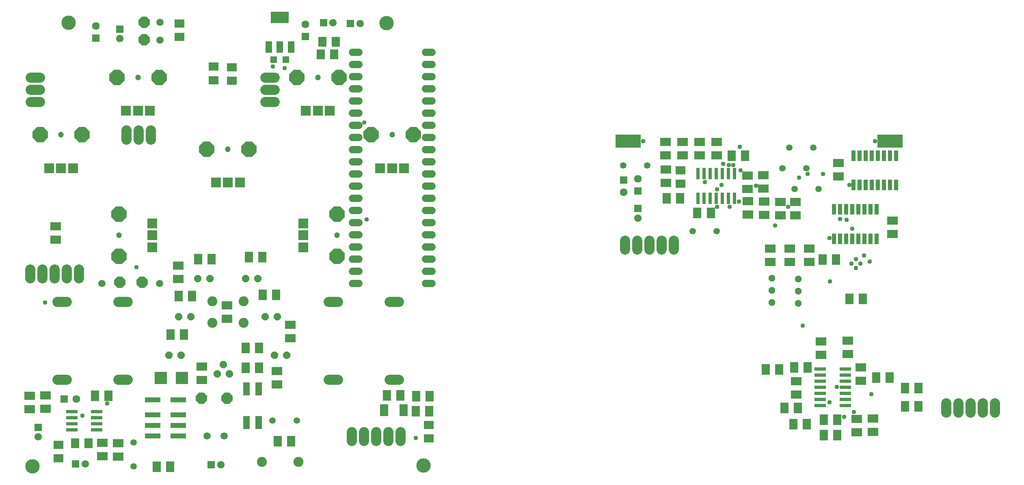
<source format=gts>
%MOIN*%
%OFA0B0*%
%FSLAX34Y34*%
%IPPOS*%
%LPD*%
%AMOC8*
5,1,8,0,0,$1,22.5*%
%AMOC80*
5,1,8,0,0,$1,22.5*%
%ADD10C,0.053000000000000005*%
%ADD11R,0.0611496062992126X0.0611496062992126*%
%ADD12C,0.0611496062992126*%
%ADD13R,0.078866141732283471X0.070992125984251975*%
%ADD14R,0.034X0.088*%
%ADD15R,0.031622047244094488X0.094614173228346463*%
%ADD16R,0.070992125984251975X0.086740157480314953*%
%ADD17R,0.086740157480314953X0.070992125984251975*%
%ADD18P,0.060136574803149608X8X292.5*%
%ADD19R,0.094614173228346463X0.031622047244094488*%
%ADD20C,0.082000000000000017*%
%ADD21C,0.063433070866141736*%
%ADD22R,0.063433070866141736X0.063433070866141736*%
%ADD23R,0.20800000000000002X0.108*%
%ADD24C,0.037779527559055122*%
%ADD35P,0.10066228346456693X8X202.5*%
%ADD36R,0.0611496062992126X0.0611496062992126*%
%ADD37C,0.0611496062992126*%
%ADD38R,0.078866141732283471X0.070992125984251975*%
%ADD39R,0.070992125984251975X0.078866141732283471*%
%ADD40R,0.10248818897637797X0.10248818897637797*%
%ADD41C,0.063433070866141736*%
%ADD42R,0.063433070866141736X0.063433070866141736*%
%ADD43C,0.11823622047244095*%
%ADD44C,0.0847716535433071*%
%ADD45R,0.1300472440944882X0.039496062992125991*%
%ADD46R,0.058X0.108*%
%ADD47P,0.10066228346456693X8X22.5*%
%ADD48P,0.064943385826771657X8X22.5*%
%ADD49R,0.086740157480314953X0.070992125984251975*%
%ADD50R,0.070992125984251975X0.086740157480314953*%
%ADD51C,0.059496062992125995*%
%ADD52R,0.082000000000000017X0.082000000000000017*%
%ADD53P,0.1365004724409449X8X292.5*%
%ADD54C,0.047370078740157487*%
%ADD55P,0.1365004724409449X8X22.5*%
%ADD56P,0.1365004724409449X8X202.5*%
%ADD57R,0.068X0.021*%
%ADD58R,0.058X0.058*%
%ADD59R,0.056000000000000008X0.096000000000000016*%
%ADD60R,0.14973228346456693X0.094614173228346463*%
%ADD61C,0.059181102362204731*%
%ADD62P,0.064943385826771657X8X202.5*%
%ADD63C,0.082000000000000017*%
%ADD64C,0.084999999999999992*%
%ADD65C,0.082000000000000017*%
%ADD66R,0.094614173228346463X0.031622047244094488*%
%ADD67C,0.053000000000000005*%
%ADD68C,0.037779527559055122*%
G75*
%LPD*%
G01*
D10*
X0065354Y0020472D02*
X0074090Y0038914D03*
X0072121Y0038914D03*
D11*
X0067613Y0040776D03*
D12*
X0067613Y0039989D03*
D10*
X0080476Y0042401D03*
X0082444Y0042401D03*
X0081448Y0044085D03*
X0079480Y0044085D03*
X0080045Y0045782D03*
X0082014Y0045782D03*
D13*
X0071103Y0042839D03*
X0071103Y0043941D03*
D14*
X0087224Y0040726D03*
X0087224Y0038306D03*
X0086724Y0040726D03*
X0086224Y0040726D03*
X0086724Y0038306D03*
X0086224Y0038306D03*
X0085724Y0040726D03*
X0085724Y0038306D03*
X0085224Y0040726D03*
X0085224Y0038306D03*
X0084724Y0040726D03*
X0084224Y0040726D03*
X0084724Y0038306D03*
X0084224Y0038306D03*
X0083724Y0040726D03*
X0083724Y0038306D03*
X0088825Y0045130D03*
X0088825Y0042710D03*
X0088325Y0045130D03*
X0087825Y0045130D03*
X0088325Y0042710D03*
X0087825Y0042710D03*
X0087325Y0045130D03*
X0087325Y0042710D03*
X0086825Y0045130D03*
X0086825Y0042710D03*
X0086325Y0045130D03*
X0085825Y0045130D03*
X0086325Y0042710D03*
X0085825Y0042710D03*
X0085325Y0045130D03*
X0085325Y0042710D03*
D15*
X0075029Y0043666D03*
X0075029Y0041619D03*
X0075529Y0043666D03*
X0074529Y0043666D03*
X0074029Y0043666D03*
X0075529Y0041619D03*
X0074529Y0041619D03*
X0074029Y0041619D03*
X0073029Y0043666D03*
X0073029Y0041619D03*
X0073529Y0043666D03*
X0072529Y0043666D03*
X0073529Y0041619D03*
X0072529Y0041619D03*
D16*
X0084981Y0033344D03*
X0086083Y0033344D03*
D17*
X0071274Y0046246D03*
X0071274Y0045144D03*
X0072669Y0046246D03*
X0072669Y0045144D03*
X0074064Y0046246D03*
X0074064Y0045144D03*
X0088507Y0038700D03*
X0088507Y0039802D03*
X0069919Y0043978D03*
X0069919Y0042876D03*
X0084072Y0044534D03*
X0084072Y0043431D03*
X0079308Y0040214D03*
X0079308Y0041316D03*
X0077899Y0043523D03*
X0077899Y0042421D03*
X0080536Y0040233D03*
X0080536Y0041335D03*
X0076614Y0043500D03*
X0076614Y0042397D03*
D16*
X0069975Y0041621D03*
X0071077Y0041621D03*
D17*
X0077960Y0041362D03*
X0077960Y0040259D03*
X0078472Y0037484D03*
X0078472Y0036381D03*
X0080068Y0037484D03*
X0080068Y0036381D03*
X0081664Y0037484D03*
X0081664Y0036381D03*
D16*
X0073596Y0040417D03*
X0072493Y0040417D03*
X0075298Y0045140D03*
X0076400Y0045140D03*
D18*
X0078604Y0033047D03*
X0078604Y0034047D03*
X0078604Y0035047D03*
X0080764Y0032993D03*
X0080764Y0033993D03*
X0080764Y0034993D03*
D19*
X0082585Y0027090D03*
X0084633Y0027090D03*
X0082585Y0027590D03*
X0082585Y0026590D03*
X0082585Y0026090D03*
X0084633Y0027590D03*
X0084633Y0026590D03*
X0084633Y0026090D03*
X0082585Y0025090D03*
X0084633Y0025090D03*
X0082585Y0025590D03*
X0082585Y0024590D03*
X0084633Y0025590D03*
X0084633Y0024590D03*
D17*
X0082654Y0029854D03*
X0082654Y0028752D03*
D16*
X0083871Y0036587D03*
X0082768Y0036587D03*
X0079637Y0024375D03*
X0080739Y0024375D03*
X0082875Y0022172D03*
X0083978Y0022172D03*
D17*
X0084851Y0029940D03*
X0084851Y0028837D03*
D16*
X0087178Y0026898D03*
X0088280Y0026898D03*
D17*
X0086898Y0023514D03*
X0086898Y0022412D03*
X0085902Y0027714D03*
X0085902Y0026611D03*
X0080613Y0026593D03*
X0080613Y0025491D03*
D16*
X0080447Y0027712D03*
X0081549Y0027712D03*
D17*
X0085579Y0022391D03*
X0085579Y0023493D03*
D16*
X0089545Y0024528D03*
X0090647Y0024528D03*
X0082870Y0023430D03*
X0083972Y0023430D03*
X0081481Y0023072D03*
X0080378Y0023072D03*
X0078120Y0027551D03*
X0079222Y0027551D03*
X0090641Y0026033D03*
X0089539Y0026033D03*
D20*
X0066535Y0037425D02*
X0066535Y0038165D01*
X0067535Y0038165D02*
X0067535Y0037425D01*
X0068535Y0037425D02*
X0068535Y0038165D01*
X0069535Y0038165D02*
X0069535Y0037425D01*
X0070535Y0037425D02*
X0070535Y0038165D01*
D21*
X0067603Y0043230D03*
D22*
X0067603Y0042230D03*
D21*
X0066428Y0042120D03*
D22*
X0066428Y0043120D03*
D10*
X0066403Y0044313D03*
X0068371Y0044313D03*
D17*
X0069878Y0046246D03*
X0069878Y0045144D03*
X0076638Y0040285D03*
X0076638Y0041387D03*
D23*
X0088307Y0046338D03*
X0066811Y0046338D03*
D20*
X0092913Y0024779D02*
X0092913Y0024039D01*
X0093913Y0024039D02*
X0093913Y0024779D01*
X0094913Y0024779D02*
X0094913Y0024039D01*
X0095913Y0024039D02*
X0095913Y0024779D01*
X0096913Y0024779D02*
X0096913Y0024039D01*
D24*
X0084554Y0023652D03*
X0083354Y0024852D03*
X0085874Y0036252D03*
X0085514Y0035892D03*
X0074594Y0044472D03*
X0075974Y0045852D03*
X0083354Y0038352D03*
X0068054Y0046332D03*
X0084974Y0042732D03*
X0083954Y0026112D03*
X0074114Y0040932D03*
X0087074Y0046332D03*
X0086774Y0025512D03*
X0085334Y0024072D03*
X0074474Y0042732D03*
X0074114Y0042372D03*
X0081134Y0031152D03*
X0075914Y0041352D03*
X0085514Y0036612D03*
X0085154Y0036252D03*
X0084734Y0039852D03*
X0083368Y0034791D03*
X0086174Y0036912D03*
X0086654Y0036432D03*
X0077294Y0042672D03*
X0078880Y0039384D03*
X0075074Y0044352D03*
X0085214Y0039132D03*
X0075134Y0040932D03*
X0073094Y0042972D03*
X0084194Y0039912D03*
X0079934Y0040932D03*
X0075434Y0044352D03*
X0081554Y0043632D03*
X0080835Y0043319D03*
X0082814Y0043632D03*
X0076034Y0043932D03*
G04 next file*
%LPD*%
G04 EAGLE Gerber RS-274X export*
G75*
G01*
D35*
X0016535Y0018110D02*
X0027073Y0056090D03*
X0027073Y0054664D03*
D36*
X0044006Y0055997D03*
D37*
X0044794Y0055997D03*
D38*
X0032779Y0052442D03*
X0032779Y0051340D03*
X0034280Y0052385D03*
X0034280Y0051283D03*
D39*
X0041586Y0053446D03*
X0042688Y0053446D03*
X0041709Y0054478D03*
X0042812Y0054478D03*
D36*
X0041796Y0056066D03*
D37*
X0042584Y0056066D03*
D36*
X0025084Y0055533D03*
D37*
X0025084Y0054746D03*
D38*
X0050457Y0021896D03*
X0050457Y0022999D03*
D40*
X0028427Y0026845D03*
X0030160Y0026845D03*
D41*
X0040297Y0055940D03*
D42*
X0040297Y0054940D03*
D41*
X0023098Y0055807D03*
D42*
X0023098Y0054807D03*
D43*
X0050000Y0019649D03*
X0017913Y0019599D03*
D44*
X0019950Y0026726D02*
X0020718Y0026726D01*
X0020718Y0033116D02*
X0019950Y0033116D01*
X0024950Y0026726D02*
X0025718Y0026726D01*
X0025718Y0033116D02*
X0024950Y0033116D01*
D45*
X0027792Y0025073D03*
X0027792Y0023813D03*
X0027792Y0022947D03*
X0027792Y0022081D03*
X0029879Y0025073D03*
X0029879Y0023813D03*
X0029879Y0022947D03*
X0029879Y0022081D03*
D46*
X0036492Y0025960D03*
X0035492Y0025960D03*
X0035492Y0023204D03*
X0036492Y0023204D03*
D35*
X0025069Y0034717D03*
D47*
X0026898Y0034712D03*
D44*
X0047194Y0033116D02*
X0047962Y0033116D01*
X0047962Y0026726D02*
X0047194Y0026726D01*
X0042962Y0033116D02*
X0042194Y0033116D01*
X0042194Y0026726D02*
X0042962Y0026726D01*
D48*
X0034073Y0027206D03*
X0033573Y0027956D03*
X0033073Y0027206D03*
D49*
X0033871Y0031732D03*
X0033871Y0032835D03*
X0039092Y0031234D03*
X0039092Y0030132D03*
D50*
X0037916Y0033675D03*
X0036813Y0033675D03*
X0036780Y0036806D03*
X0035678Y0036806D03*
X0032600Y0036623D03*
X0031497Y0036623D03*
D49*
X0031805Y0026704D03*
X0031805Y0027806D03*
D50*
X0036519Y0027702D03*
X0035417Y0027702D03*
X0035417Y0029340D03*
X0036520Y0029340D03*
D49*
X0037976Y0026310D03*
X0037976Y0027412D03*
X0029890Y0035001D03*
X0029890Y0036103D03*
X0019801Y0038219D03*
X0019801Y0039321D03*
D50*
X0050499Y0025368D03*
X0049397Y0025368D03*
X0050492Y0024137D03*
X0049390Y0024137D03*
X0046997Y0025434D03*
X0048099Y0025434D03*
D38*
X0029979Y0055988D03*
X0029979Y0054885D03*
D51*
X0044183Y0053610D02*
X0044698Y0053610D01*
X0044698Y0052610D02*
X0044183Y0052610D01*
X0044183Y0051610D02*
X0044698Y0051610D01*
X0044698Y0050610D02*
X0044183Y0050610D01*
X0044183Y0049610D02*
X0044698Y0049610D01*
X0044698Y0048610D02*
X0044183Y0048610D01*
X0044183Y0047610D02*
X0044698Y0047610D01*
X0044698Y0046610D02*
X0044183Y0046610D01*
X0044183Y0045610D02*
X0044698Y0045610D01*
X0044698Y0044610D02*
X0044183Y0044610D01*
X0044183Y0043610D02*
X0044698Y0043610D01*
X0044698Y0042610D02*
X0044183Y0042610D01*
X0044183Y0041610D02*
X0044698Y0041610D01*
X0044698Y0040610D02*
X0044183Y0040610D01*
X0044183Y0039610D02*
X0044698Y0039610D01*
X0044698Y0038610D02*
X0044183Y0038610D01*
X0044183Y0037610D02*
X0044698Y0037610D01*
X0044698Y0036610D02*
X0044183Y0036610D01*
X0044183Y0035610D02*
X0044698Y0035610D01*
X0044698Y0034610D02*
X0044183Y0034610D01*
X0050183Y0053610D02*
X0050698Y0053610D01*
X0050698Y0052610D02*
X0050183Y0052610D01*
X0050183Y0051610D02*
X0050698Y0051610D01*
X0050698Y0050610D02*
X0050183Y0050610D01*
X0050183Y0049610D02*
X0050698Y0049610D01*
X0050698Y0048610D02*
X0050183Y0048610D01*
X0050183Y0047610D02*
X0050698Y0047610D01*
X0050698Y0046610D02*
X0050183Y0046610D01*
X0050183Y0045610D02*
X0050698Y0045610D01*
X0050698Y0044610D02*
X0050183Y0044610D01*
X0050183Y0043610D02*
X0050698Y0043610D01*
X0050698Y0042610D02*
X0050183Y0042610D01*
X0050183Y0041610D02*
X0050698Y0041610D01*
X0050698Y0040610D02*
X0050183Y0040610D01*
X0050183Y0039610D02*
X0050698Y0039610D01*
X0050698Y0038610D02*
X0050183Y0038610D01*
X0050183Y0037610D02*
X0050698Y0037610D01*
X0050698Y0036610D02*
X0050183Y0036610D01*
X0050183Y0035610D02*
X0050698Y0035610D01*
X0050698Y0034610D02*
X0050183Y0034610D01*
D52*
X0046456Y0044094D03*
X0047440Y0044094D03*
X0048425Y0044094D03*
D53*
X0045708Y0046850D03*
X0049173Y0046850D03*
D54*
X0047440Y0046850D03*
D52*
X0027755Y0037598D03*
X0027755Y0038582D03*
X0027755Y0039566D03*
D55*
X0025000Y0036850D03*
X0025000Y0040314D03*
D54*
X0025000Y0038582D03*
D52*
X0040354Y0048818D03*
X0041338Y0048818D03*
X0042322Y0048818D03*
D53*
X0039606Y0051574D03*
X0043070Y0051574D03*
D54*
X0041338Y0051574D03*
D52*
X0040157Y0039566D03*
X0040157Y0038582D03*
X0040157Y0037598D03*
D56*
X0042913Y0040314D03*
X0042913Y0036850D03*
D54*
X0042913Y0038582D03*
D52*
X0032972Y0042913D03*
X0033956Y0042913D03*
X0034940Y0042913D03*
D53*
X0032224Y0045669D03*
X0035688Y0045669D03*
D54*
X0033956Y0045669D03*
D57*
X0048363Y0023827D03*
X0048363Y0024017D03*
X0048363Y0024217D03*
X0048363Y0024417D03*
X0048363Y0024607D03*
X0046763Y0024607D03*
X0046763Y0024417D03*
X0046763Y0024217D03*
X0046763Y0024017D03*
X0046763Y0023827D03*
D52*
X0019275Y0044094D03*
X0020259Y0044094D03*
X0021243Y0044094D03*
D53*
X0018527Y0046850D03*
X0021991Y0046850D03*
D54*
X0020259Y0046850D03*
D58*
X0037704Y0053035D03*
X0038704Y0053035D03*
D59*
X0037307Y0054067D03*
X0038217Y0054067D03*
X0039127Y0054067D03*
D60*
X0038217Y0056507D03*
D61*
X0028354Y0034624D03*
X0023619Y0034610D03*
X0028364Y0056101D03*
X0028364Y0054621D03*
D62*
X0032488Y0035039D03*
X0031488Y0035039D03*
X0036425Y0035039D03*
X0035425Y0035039D03*
X0038000Y0031889D03*
X0036999Y0031889D03*
X0038787Y0028740D03*
X0037787Y0028740D03*
D50*
X0031002Y0033601D03*
X0029900Y0033601D03*
X0030345Y0030441D03*
X0029243Y0030441D03*
D62*
X0030913Y0031889D03*
X0029913Y0031889D03*
X0030125Y0028740D03*
X0029125Y0028740D03*
D63*
X0017716Y0035063D02*
X0017716Y0035803D01*
X0018716Y0035803D02*
X0018716Y0035063D01*
X0019716Y0035063D02*
X0019716Y0035803D01*
X0020716Y0035803D02*
X0020716Y0035063D01*
X0021716Y0035063D02*
X0021716Y0035803D01*
D64*
X0018499Y0049568D02*
X0017729Y0049568D01*
X0017729Y0050568D02*
X0018499Y0050568D01*
X0018499Y0051568D02*
X0017729Y0051568D01*
X0037020Y0049568D02*
X0037790Y0049568D01*
X0037790Y0050568D02*
X0037020Y0050568D01*
X0037020Y0051568D02*
X0037790Y0051568D01*
X0027594Y0047239D02*
X0027594Y0046469D01*
X0026594Y0046469D02*
X0026594Y0047239D01*
X0025594Y0047239D02*
X0025594Y0046469D01*
D52*
X0025590Y0048818D03*
X0026574Y0048818D03*
X0027559Y0048818D03*
D53*
X0024842Y0051574D03*
X0028307Y0051574D03*
D54*
X0026574Y0051574D03*
D65*
X0035236Y0033173D03*
X0032676Y0033173D03*
X0035236Y0031393D03*
X0032676Y0031393D03*
D50*
X0024147Y0025382D03*
X0023044Y0025382D03*
D49*
X0018980Y0025432D03*
X0018980Y0024329D03*
D36*
X0018368Y0022806D03*
D37*
X0018368Y0022018D03*
D41*
X0021516Y0025135D03*
D42*
X0020516Y0025135D03*
D36*
X0021457Y0019775D03*
D37*
X0022244Y0019775D03*
D38*
X0020030Y0020265D03*
X0020030Y0021368D03*
D39*
X0021401Y0021483D03*
X0022503Y0021483D03*
D66*
X0021137Y0023605D03*
X0023185Y0023605D03*
X0021137Y0024105D03*
X0021137Y0023105D03*
X0021137Y0022605D03*
X0023185Y0024105D03*
X0023185Y0023105D03*
X0023185Y0022605D03*
D67*
X0026210Y0019596D03*
X0026210Y0021565D03*
D49*
X0024958Y0021503D03*
X0024958Y0020401D03*
D50*
X0028094Y0019564D03*
X0029197Y0019564D03*
D36*
X0032585Y0019740D03*
D37*
X0033373Y0019740D03*
D65*
X0036730Y0019961D03*
X0039730Y0019961D03*
D50*
X0039138Y0021665D03*
X0038036Y0021665D03*
D67*
X0037625Y0023352D03*
X0039594Y0023352D03*
D49*
X0023645Y0020409D03*
X0023645Y0021512D03*
X0017679Y0025397D03*
X0017679Y0024294D03*
D63*
X0044094Y0022417D02*
X0044094Y0021677D01*
X0045094Y0021677D02*
X0045094Y0022417D01*
X0046094Y0022417D02*
X0046094Y0021677D01*
X0047094Y0021677D02*
X0047094Y0022417D01*
X0048094Y0022417D02*
X0048094Y0021677D01*
D43*
X0020887Y0056043D03*
X0046966Y0056032D03*
D61*
X0032239Y0022083D03*
X0033638Y0022083D03*
D47*
X0031783Y0025195D03*
X0033891Y0025195D03*
D68*
X0021995Y0023750D03*
X0024035Y0024770D03*
X0049378Y0021930D03*
X0037631Y0052463D03*
X0038615Y0052309D03*
X0026442Y0035974D03*
X0045335Y0039890D03*
X0045155Y0047870D03*
X0018935Y0033050D03*
M02*
</source>
